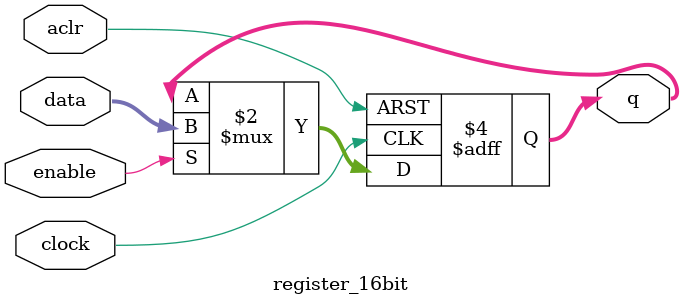
<source format=v>
`timescale 1 ps / 1 ps
module register_16bit (
	aclr,
	clock,
	data,
	enable,
	q);

	input	  aclr;
	input	  clock;
	input	[15:0]  data;
	input	  enable;
	output reg	[15:0]  q;
	
	always @(posedge clock, posedge aclr)
	begin
		if (aclr)
			q <= 16'b0;
		else if (enable)
			q <= data;
	end

endmodule
</source>
